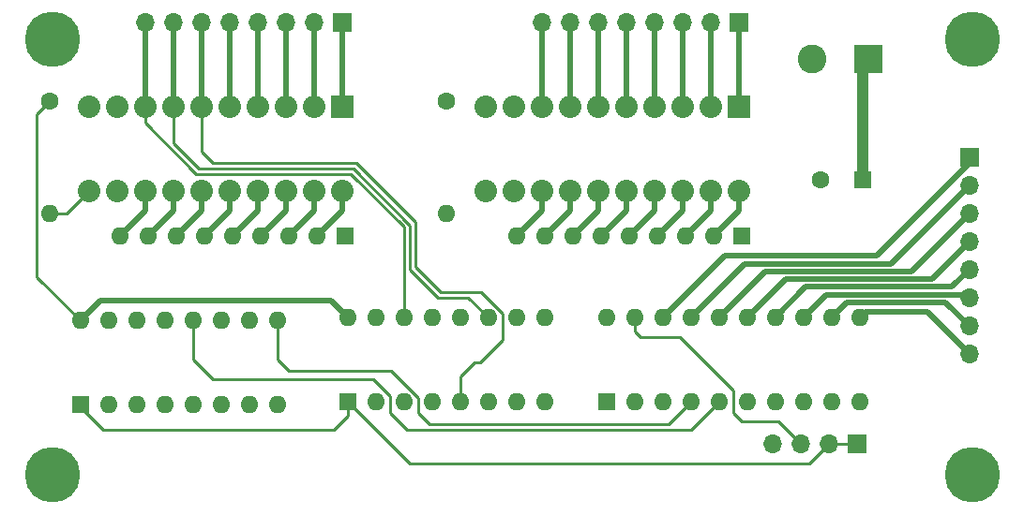
<source format=gbr>
%TF.GenerationSoftware,KiCad,Pcbnew,(5.1.9-0-10_14)*%
%TF.CreationDate,2021-05-30T08:25:23-04:00*%
%TF.ProjectId,MULTIPLEXER,4d554c54-4950-44c4-9558-45522e6b6963,rev?*%
%TF.SameCoordinates,Original*%
%TF.FileFunction,Copper,L1,Top*%
%TF.FilePolarity,Positive*%
%FSLAX46Y46*%
G04 Gerber Fmt 4.6, Leading zero omitted, Abs format (unit mm)*
G04 Created by KiCad (PCBNEW (5.1.9-0-10_14)) date 2021-05-30 08:25:23*
%MOMM*%
%LPD*%
G01*
G04 APERTURE LIST*
%TA.AperFunction,ComponentPad*%
%ADD10C,0.800000*%
%TD*%
%TA.AperFunction,ComponentPad*%
%ADD11C,5.000000*%
%TD*%
%TA.AperFunction,ComponentPad*%
%ADD12O,1.700000X1.700000*%
%TD*%
%TA.AperFunction,ComponentPad*%
%ADD13R,1.700000X1.700000*%
%TD*%
%TA.AperFunction,ComponentPad*%
%ADD14O,1.600000X1.600000*%
%TD*%
%TA.AperFunction,ComponentPad*%
%ADD15R,1.600000X1.600000*%
%TD*%
%TA.AperFunction,ComponentPad*%
%ADD16C,1.600000*%
%TD*%
%TA.AperFunction,ComponentPad*%
%ADD17C,2.032000*%
%TD*%
%TA.AperFunction,ComponentPad*%
%ADD18R,2.032000X2.032000*%
%TD*%
%TA.AperFunction,ComponentPad*%
%ADD19C,2.600000*%
%TD*%
%TA.AperFunction,ComponentPad*%
%ADD20R,2.600000X2.600000*%
%TD*%
%TA.AperFunction,Conductor*%
%ADD21C,1.000000*%
%TD*%
%TA.AperFunction,Conductor*%
%ADD22C,0.250000*%
%TD*%
%TA.AperFunction,Conductor*%
%ADD23C,0.500000*%
%TD*%
G04 APERTURE END LIST*
D10*
%TO.P,REF\u002A\u002A,1*%
%TO.N,N/C*%
X191571825Y-114752175D03*
X190246000Y-114203000D03*
X188920175Y-114752175D03*
X188371000Y-116078000D03*
X188920175Y-117403825D03*
X190246000Y-117953000D03*
X191571825Y-117403825D03*
X192121000Y-116078000D03*
D11*
X190246000Y-116078000D03*
%TD*%
%TO.P,REF\u002A\u002A,1*%
%TO.N,N/C*%
X190246000Y-76708000D03*
D10*
X192121000Y-76708000D03*
X191571825Y-78033825D03*
X190246000Y-78583000D03*
X188920175Y-78033825D03*
X188371000Y-76708000D03*
X188920175Y-75382175D03*
X190246000Y-74833000D03*
X191571825Y-75382175D03*
%TD*%
D11*
%TO.P,REF\u002A\u002A,1*%
%TO.N,N/C*%
X107188000Y-116078000D03*
D10*
X109063000Y-116078000D03*
X108513825Y-117403825D03*
X107188000Y-117953000D03*
X105862175Y-117403825D03*
X105313000Y-116078000D03*
X105862175Y-114752175D03*
X107188000Y-114203000D03*
X108513825Y-114752175D03*
%TD*%
%TO.P,REF\u002A\u002A,1*%
%TO.N,N/C*%
X108513825Y-75382175D03*
X107188000Y-74833000D03*
X105862175Y-75382175D03*
X105313000Y-76708000D03*
X105862175Y-78033825D03*
X107188000Y-78583000D03*
X108513825Y-78033825D03*
X109063000Y-76708000D03*
D11*
X107188000Y-76708000D03*
%TD*%
D12*
%TO.P,J3,4*%
%TO.N,Net-(J3-Pad4)*%
X172212000Y-113284000D03*
%TO.P,J3,3*%
%TO.N,OE*%
X174752000Y-113284000D03*
%TO.P,J3,2*%
%TO.N,SELECT*%
X177292000Y-113284000D03*
D13*
%TO.P,J3,1*%
X179832000Y-113284000D03*
%TD*%
D14*
%TO.P,RN2,9*%
%TO.N,Net-(BAR2-Pad13)*%
X149098000Y-94488000D03*
%TO.P,RN2,8*%
%TO.N,Net-(BAR2-Pad14)*%
X151638000Y-94488000D03*
%TO.P,RN2,7*%
%TO.N,Net-(BAR2-Pad15)*%
X154178000Y-94488000D03*
%TO.P,RN2,6*%
%TO.N,Net-(BAR2-Pad16)*%
X156718000Y-94488000D03*
%TO.P,RN2,5*%
%TO.N,Net-(BAR2-Pad17)*%
X159258000Y-94488000D03*
%TO.P,RN2,4*%
%TO.N,Net-(BAR2-Pad18)*%
X161798000Y-94488000D03*
%TO.P,RN2,3*%
%TO.N,Net-(BAR2-Pad19)*%
X164338000Y-94488000D03*
%TO.P,RN2,2*%
%TO.N,Net-(BAR2-Pad20)*%
X166878000Y-94488000D03*
D15*
%TO.P,RN2,1*%
%TO.N,GND*%
X169418000Y-94488000D03*
%TD*%
D14*
%TO.P,RN1,9*%
%TO.N,Net-(BAR1-Pad13)*%
X113284000Y-94488000D03*
%TO.P,RN1,8*%
%TO.N,Net-(BAR1-Pad14)*%
X115824000Y-94488000D03*
%TO.P,RN1,7*%
%TO.N,Net-(BAR1-Pad15)*%
X118364000Y-94488000D03*
%TO.P,RN1,6*%
%TO.N,Net-(BAR1-Pad16)*%
X120904000Y-94488000D03*
%TO.P,RN1,5*%
%TO.N,Net-(BAR1-Pad17)*%
X123444000Y-94488000D03*
%TO.P,RN1,4*%
%TO.N,Net-(BAR1-Pad18)*%
X125984000Y-94488000D03*
%TO.P,RN1,3*%
%TO.N,Net-(BAR1-Pad19)*%
X128524000Y-94488000D03*
%TO.P,RN1,2*%
%TO.N,Net-(BAR1-Pad20)*%
X131064000Y-94488000D03*
D15*
%TO.P,RN1,1*%
%TO.N,GND*%
X133604000Y-94488000D03*
%TD*%
D14*
%TO.P,R3,2*%
%TO.N,Net-(BAR2-Pad11)*%
X142748000Y-92456000D03*
D16*
%TO.P,R3,1*%
%TO.N,GND*%
X142748000Y-82296000D03*
%TD*%
D14*
%TO.P,R1,2*%
%TO.N,Net-(BAR1-Pad11)*%
X106934000Y-92456000D03*
D16*
%TO.P,R1,1*%
%TO.N,VCC*%
X106934000Y-82296000D03*
%TD*%
D17*
%TO.P,BAR2,20*%
%TO.N,Net-(BAR2-Pad20)*%
X169164000Y-90424000D03*
%TO.P,BAR2,19*%
%TO.N,Net-(BAR2-Pad19)*%
X166624000Y-90424000D03*
%TO.P,BAR2,18*%
%TO.N,Net-(BAR2-Pad18)*%
X164084000Y-90424000D03*
%TO.P,BAR2,17*%
%TO.N,Net-(BAR2-Pad17)*%
X161544000Y-90424000D03*
%TO.P,BAR2,9*%
%TO.N,Net-(BAR2-Pad9)*%
X148844000Y-82804000D03*
%TO.P,BAR2,10*%
%TO.N,SELECT*%
X146304000Y-82804000D03*
%TO.P,BAR2,11*%
%TO.N,Net-(BAR2-Pad11)*%
X146304000Y-90424000D03*
%TO.P,BAR2,12*%
%TO.N,Net-(BAR2-Pad12)*%
X148844000Y-90424000D03*
%TO.P,BAR2,8*%
%TO.N,B7*%
X151384000Y-82804000D03*
%TO.P,BAR2,7*%
%TO.N,B6*%
X153924000Y-82804000D03*
%TO.P,BAR2,6*%
%TO.N,B5*%
X156464000Y-82804000D03*
%TO.P,BAR2,5*%
%TO.N,B4*%
X159004000Y-82804000D03*
%TO.P,BAR2,16*%
%TO.N,Net-(BAR2-Pad16)*%
X159004000Y-90424000D03*
%TO.P,BAR2,15*%
%TO.N,Net-(BAR2-Pad15)*%
X156464000Y-90424000D03*
%TO.P,BAR2,14*%
%TO.N,Net-(BAR2-Pad14)*%
X153924000Y-90424000D03*
%TO.P,BAR2,13*%
%TO.N,Net-(BAR2-Pad13)*%
X151384000Y-90424000D03*
%TO.P,BAR2,4*%
%TO.N,B3*%
X161544000Y-82804000D03*
%TO.P,BAR2,3*%
%TO.N,B2*%
X164084000Y-82804000D03*
%TO.P,BAR2,2*%
%TO.N,B1*%
X166624000Y-82804000D03*
D18*
%TO.P,BAR2,1*%
%TO.N,B0*%
X169164000Y-82804000D03*
%TD*%
D17*
%TO.P,BAR1,20*%
%TO.N,Net-(BAR1-Pad20)*%
X133350000Y-90424000D03*
%TO.P,BAR1,19*%
%TO.N,Net-(BAR1-Pad19)*%
X130810000Y-90424000D03*
%TO.P,BAR1,18*%
%TO.N,Net-(BAR1-Pad18)*%
X128270000Y-90424000D03*
%TO.P,BAR1,17*%
%TO.N,Net-(BAR1-Pad17)*%
X125730000Y-90424000D03*
%TO.P,BAR1,9*%
%TO.N,Net-(BAR1-Pad9)*%
X113030000Y-82804000D03*
%TO.P,BAR1,10*%
%TO.N,SELECT*%
X110490000Y-82804000D03*
%TO.P,BAR1,11*%
%TO.N,Net-(BAR1-Pad11)*%
X110490000Y-90424000D03*
%TO.P,BAR1,12*%
%TO.N,Net-(BAR1-Pad12)*%
X113030000Y-90424000D03*
%TO.P,BAR1,8*%
%TO.N,A7*%
X115570000Y-82804000D03*
%TO.P,BAR1,7*%
%TO.N,A6*%
X118110000Y-82804000D03*
%TO.P,BAR1,6*%
%TO.N,A5*%
X120650000Y-82804000D03*
%TO.P,BAR1,5*%
%TO.N,A4*%
X123190000Y-82804000D03*
%TO.P,BAR1,16*%
%TO.N,Net-(BAR1-Pad16)*%
X123190000Y-90424000D03*
%TO.P,BAR1,15*%
%TO.N,Net-(BAR1-Pad15)*%
X120650000Y-90424000D03*
%TO.P,BAR1,14*%
%TO.N,Net-(BAR1-Pad14)*%
X118110000Y-90424000D03*
%TO.P,BAR1,13*%
%TO.N,Net-(BAR1-Pad13)*%
X115570000Y-90424000D03*
%TO.P,BAR1,4*%
%TO.N,A3*%
X125730000Y-82804000D03*
%TO.P,BAR1,3*%
%TO.N,A2*%
X128270000Y-82804000D03*
%TO.P,BAR1,2*%
%TO.N,A1*%
X130810000Y-82804000D03*
D18*
%TO.P,BAR1,1*%
%TO.N,A0*%
X133350000Y-82804000D03*
%TD*%
D14*
%TO.P,U3,20*%
%TO.N,VCC*%
X157226000Y-101854000D03*
%TO.P,U3,10*%
%TO.N,GND*%
X180086000Y-109474000D03*
%TO.P,U3,19*%
%TO.N,OE*%
X159766000Y-101854000D03*
%TO.P,U3,9*%
%TO.N,Z7*%
X177546000Y-109474000D03*
%TO.P,U3,18*%
%TO.N,Y0*%
X162306000Y-101854000D03*
%TO.P,U3,8*%
%TO.N,Z6*%
X175006000Y-109474000D03*
%TO.P,U3,17*%
%TO.N,Y1*%
X164846000Y-101854000D03*
%TO.P,U3,7*%
%TO.N,Z5*%
X172466000Y-109474000D03*
%TO.P,U3,16*%
%TO.N,Y2*%
X167386000Y-101854000D03*
%TO.P,U3,6*%
%TO.N,Z4*%
X169926000Y-109474000D03*
%TO.P,U3,15*%
%TO.N,Y3*%
X169926000Y-101854000D03*
%TO.P,U3,5*%
%TO.N,Z3*%
X167386000Y-109474000D03*
%TO.P,U3,14*%
%TO.N,Y4*%
X172466000Y-101854000D03*
%TO.P,U3,4*%
%TO.N,Z2*%
X164846000Y-109474000D03*
%TO.P,U3,13*%
%TO.N,Y5*%
X175006000Y-101854000D03*
%TO.P,U3,3*%
%TO.N,Z1*%
X162306000Y-109474000D03*
%TO.P,U3,12*%
%TO.N,Y6*%
X177546000Y-101854000D03*
%TO.P,U3,2*%
%TO.N,Z0*%
X159766000Y-109474000D03*
%TO.P,U3,11*%
%TO.N,Y7*%
X180086000Y-101854000D03*
D15*
%TO.P,U3,1*%
%TO.N,VCC*%
X157226000Y-109474000D03*
%TD*%
D14*
%TO.P,U2,16*%
%TO.N,VCC*%
X133858000Y-101854000D03*
%TO.P,U2,8*%
%TO.N,GND*%
X151638000Y-109474000D03*
%TO.P,U2,15*%
X136398000Y-101854000D03*
%TO.P,U2,7*%
%TO.N,Z5*%
X149098000Y-109474000D03*
%TO.P,U2,14*%
%TO.N,A7*%
X138938000Y-101854000D03*
%TO.P,U2,6*%
%TO.N,B5*%
X146558000Y-109474000D03*
%TO.P,U2,13*%
%TO.N,B7*%
X141478000Y-101854000D03*
%TO.P,U2,5*%
%TO.N,A5*%
X144018000Y-109474000D03*
%TO.P,U2,12*%
%TO.N,Z7*%
X144018000Y-101854000D03*
%TO.P,U2,4*%
%TO.N,Z4*%
X141478000Y-109474000D03*
%TO.P,U2,11*%
%TO.N,A6*%
X146558000Y-101854000D03*
%TO.P,U2,3*%
%TO.N,B4*%
X138938000Y-109474000D03*
%TO.P,U2,10*%
%TO.N,B6*%
X149098000Y-101854000D03*
%TO.P,U2,2*%
%TO.N,A4*%
X136398000Y-109474000D03*
%TO.P,U2,9*%
%TO.N,Z6*%
X151638000Y-101854000D03*
D15*
%TO.P,U2,1*%
%TO.N,SELECT*%
X133858000Y-109474000D03*
%TD*%
D14*
%TO.P,U1,16*%
%TO.N,VCC*%
X109728000Y-102108000D03*
%TO.P,U1,8*%
%TO.N,GND*%
X127508000Y-109728000D03*
%TO.P,U1,15*%
X112268000Y-102108000D03*
%TO.P,U1,7*%
%TO.N,Z1*%
X124968000Y-109728000D03*
%TO.P,U1,14*%
%TO.N,A3*%
X114808000Y-102108000D03*
%TO.P,U1,6*%
%TO.N,B1*%
X122428000Y-109728000D03*
%TO.P,U1,13*%
%TO.N,B3*%
X117348000Y-102108000D03*
%TO.P,U1,5*%
%TO.N,A1*%
X119888000Y-109728000D03*
%TO.P,U1,12*%
%TO.N,Z3*%
X119888000Y-102108000D03*
%TO.P,U1,4*%
%TO.N,Z0*%
X117348000Y-109728000D03*
%TO.P,U1,11*%
%TO.N,A2*%
X122428000Y-102108000D03*
%TO.P,U1,3*%
%TO.N,B0*%
X114808000Y-109728000D03*
%TO.P,U1,10*%
%TO.N,B2*%
X124968000Y-102108000D03*
%TO.P,U1,2*%
%TO.N,A0*%
X112268000Y-109728000D03*
%TO.P,U1,9*%
%TO.N,Z2*%
X127508000Y-102108000D03*
D15*
%TO.P,U1,1*%
%TO.N,SELECT*%
X109728000Y-109728000D03*
%TD*%
D12*
%TO.P,J6,8*%
%TO.N,Y7*%
X189992000Y-105156000D03*
%TO.P,J6,7*%
%TO.N,Y6*%
X189992000Y-102616000D03*
%TO.P,J6,6*%
%TO.N,Y5*%
X189992000Y-100076000D03*
%TO.P,J6,5*%
%TO.N,Y4*%
X189992000Y-97536000D03*
%TO.P,J6,4*%
%TO.N,Y3*%
X189992000Y-94996000D03*
%TO.P,J6,3*%
%TO.N,Y2*%
X189992000Y-92456000D03*
%TO.P,J6,2*%
%TO.N,Y1*%
X189992000Y-89916000D03*
D13*
%TO.P,J6,1*%
%TO.N,Y0*%
X189992000Y-87376000D03*
%TD*%
D12*
%TO.P,J5,8*%
%TO.N,B7*%
X151384000Y-75184000D03*
%TO.P,J5,7*%
%TO.N,B6*%
X153924000Y-75184000D03*
%TO.P,J5,6*%
%TO.N,B5*%
X156464000Y-75184000D03*
%TO.P,J5,5*%
%TO.N,B4*%
X159004000Y-75184000D03*
%TO.P,J5,4*%
%TO.N,B3*%
X161544000Y-75184000D03*
%TO.P,J5,3*%
%TO.N,B2*%
X164084000Y-75184000D03*
%TO.P,J5,2*%
%TO.N,B1*%
X166624000Y-75184000D03*
D13*
%TO.P,J5,1*%
%TO.N,B0*%
X169164000Y-75184000D03*
%TD*%
D12*
%TO.P,J4,8*%
%TO.N,A7*%
X115570000Y-75184000D03*
%TO.P,J4,7*%
%TO.N,A6*%
X118110000Y-75184000D03*
%TO.P,J4,6*%
%TO.N,A5*%
X120650000Y-75184000D03*
%TO.P,J4,5*%
%TO.N,A4*%
X123190000Y-75184000D03*
%TO.P,J4,4*%
%TO.N,A3*%
X125730000Y-75184000D03*
%TO.P,J4,3*%
%TO.N,A2*%
X128270000Y-75184000D03*
%TO.P,J4,2*%
%TO.N,A1*%
X130810000Y-75184000D03*
D13*
%TO.P,J4,1*%
%TO.N,A0*%
X133350000Y-75184000D03*
%TD*%
D19*
%TO.P,J1,2*%
%TO.N,GND*%
X175848000Y-78486000D03*
D20*
%TO.P,J1,1*%
%TO.N,VCC*%
X180848000Y-78486000D03*
%TD*%
D16*
%TO.P,C1,2*%
%TO.N,GND*%
X176540000Y-89408000D03*
D15*
%TO.P,C1,1*%
%TO.N,VCC*%
X180340000Y-89408000D03*
%TD*%
D21*
%TO.N,VCC*%
X180340000Y-78994000D02*
X180848000Y-78486000D01*
X180340000Y-89408000D02*
X180340000Y-78994000D01*
D22*
X105808999Y-83421001D02*
X105808999Y-98188999D01*
X105808999Y-98188999D02*
X109728000Y-102108000D01*
X106934000Y-82296000D02*
X105808999Y-83421001D01*
D23*
X109728000Y-102108000D02*
X111506000Y-100330000D01*
X132334000Y-100330000D02*
X133858000Y-101854000D01*
X111506000Y-100330000D02*
X132334000Y-100330000D01*
D22*
%TO.N,SELECT*%
X109728000Y-109728000D02*
X109728000Y-109982000D01*
X109728000Y-109982000D02*
X111760000Y-112014000D01*
X111760000Y-112014000D02*
X132588000Y-112014000D01*
X133858000Y-110744000D02*
X133858000Y-109474000D01*
X132588000Y-112014000D02*
X133858000Y-110744000D01*
X133858000Y-109474000D02*
X139446000Y-115062000D01*
X175514000Y-115062000D02*
X177292000Y-113284000D01*
X139446000Y-115062000D02*
X175514000Y-115062000D01*
X179832000Y-113284000D02*
X177292000Y-113284000D01*
%TO.N,OE*%
X174752000Y-113284000D02*
X172720000Y-111252000D01*
X172720000Y-111252000D02*
X169418000Y-111252000D01*
X169418000Y-111252000D02*
X168656000Y-110490000D01*
X168656000Y-110490000D02*
X168656000Y-108458000D01*
X168656000Y-108458000D02*
X163830000Y-103632000D01*
X163830000Y-103632000D02*
X160274000Y-103632000D01*
X159766000Y-103124000D02*
X159766000Y-101854000D01*
X160274000Y-103632000D02*
X159766000Y-103124000D01*
D23*
%TO.N,A7*%
X115570000Y-75184000D02*
X115570000Y-82804000D01*
D22*
X120171171Y-88842011D02*
X134179601Y-88842011D01*
X115570000Y-82804000D02*
X115570000Y-84240840D01*
X134179601Y-88842011D02*
X138938000Y-93600410D01*
X115570000Y-84240840D02*
X120171171Y-88842011D01*
X138938000Y-93600410D02*
X138938000Y-101854000D01*
D23*
%TO.N,A6*%
X118110000Y-82804000D02*
X118110000Y-75184000D01*
D22*
X118110000Y-82804000D02*
X118110000Y-86106000D01*
X120396000Y-88392000D02*
X134366000Y-88392000D01*
X118110000Y-86106000D02*
X120396000Y-88392000D01*
X134366000Y-88392000D02*
X139503989Y-93529989D01*
X142053600Y-100018011D02*
X144722011Y-100018011D01*
X139503989Y-97468400D02*
X142053600Y-100018011D01*
X139503989Y-93529989D02*
X139503989Y-97468400D01*
X144722011Y-100018011D02*
X146558000Y-101854000D01*
D23*
%TO.N,A5*%
X120650000Y-75184000D02*
X120650000Y-82804000D01*
D22*
X120650000Y-82804000D02*
X120650000Y-86868000D01*
X120650000Y-86868000D02*
X121666000Y-87884000D01*
X121666000Y-87884000D02*
X134620000Y-87884000D01*
X134620000Y-87884000D02*
X139954000Y-93218000D01*
X139954000Y-93218000D02*
X139954000Y-97282000D01*
X139954000Y-97282000D02*
X142240000Y-99568000D01*
X145937002Y-99568000D02*
X147828000Y-101458998D01*
X142240000Y-99568000D02*
X145937002Y-99568000D01*
X147828000Y-101458998D02*
X147828000Y-103886000D01*
X147828000Y-103886000D02*
X145796000Y-105918000D01*
X145796000Y-105918000D02*
X145288000Y-105918000D01*
X144018000Y-107188000D02*
X144018000Y-109474000D01*
X145288000Y-105918000D02*
X144018000Y-107188000D01*
D23*
%TO.N,A4*%
X123190000Y-75184000D02*
X123190000Y-82804000D01*
%TO.N,A3*%
X125730000Y-75184000D02*
X125730000Y-82804000D01*
%TO.N,A2*%
X128270000Y-82804000D02*
X128270000Y-75184000D01*
%TO.N,A1*%
X130810000Y-75184000D02*
X130810000Y-82804000D01*
%TO.N,A0*%
X133350000Y-82804000D02*
X133350000Y-75184000D01*
%TO.N,B7*%
X151384000Y-75184000D02*
X151384000Y-82804000D01*
%TO.N,B6*%
X153924000Y-82804000D02*
X153924000Y-75184000D01*
%TO.N,B5*%
X156464000Y-75184000D02*
X156464000Y-82804000D01*
%TO.N,B4*%
X159004000Y-82804000D02*
X159004000Y-75184000D01*
%TO.N,B3*%
X161544000Y-75184000D02*
X161544000Y-82804000D01*
%TO.N,B2*%
X164084000Y-82804000D02*
X164084000Y-75184000D01*
%TO.N,B1*%
X166624000Y-75184000D02*
X166624000Y-82804000D01*
%TO.N,B0*%
X169164000Y-82804000D02*
X169164000Y-75184000D01*
%TO.N,Y7*%
X186182000Y-101346000D02*
X180594000Y-101346000D01*
X180594000Y-101346000D02*
X180086000Y-101854000D01*
X189992000Y-105156000D02*
X186182000Y-101346000D01*
%TO.N,Y6*%
X187842066Y-100466066D02*
X178933934Y-100466066D01*
X178933934Y-100466066D02*
X177546000Y-101854000D01*
X189992000Y-102616000D02*
X187842066Y-100466066D01*
%TO.N,Y5*%
X189992000Y-100076000D02*
X189682055Y-99766055D01*
X189682055Y-99766055D02*
X177093945Y-99766055D01*
X177093945Y-99766055D02*
X175006000Y-101854000D01*
%TO.N,Y4*%
X189992000Y-97536000D02*
X188461956Y-99066044D01*
X188461956Y-99066044D02*
X175253956Y-99066044D01*
X175253956Y-99066044D02*
X172466000Y-101854000D01*
%TO.N,Y3*%
X186621967Y-98366033D02*
X173413967Y-98366033D01*
X173413967Y-98366033D02*
X169926000Y-101854000D01*
X189992000Y-94996000D02*
X186621967Y-98366033D01*
%TO.N,Y2*%
X171573978Y-97666022D02*
X167386000Y-101854000D01*
X184781978Y-97666022D02*
X171573978Y-97666022D01*
X189992000Y-92456000D02*
X184781978Y-97666022D01*
%TO.N,Y1*%
X169733989Y-96966011D02*
X164846000Y-101854000D01*
X182941989Y-96966011D02*
X169733989Y-96966011D01*
X189992000Y-89916000D02*
X182941989Y-96966011D01*
%TO.N,Y0*%
X189992000Y-87376000D02*
X189992000Y-87884000D01*
X189992000Y-87884000D02*
X181610000Y-96266000D01*
X167894000Y-96266000D02*
X162306000Y-101854000D01*
X181610000Y-96266000D02*
X167894000Y-96266000D01*
D22*
%TO.N,Z3*%
X119888000Y-105664000D02*
X119888000Y-102108000D01*
X139192000Y-112014000D02*
X137668000Y-110490000D01*
X137668000Y-110490000D02*
X137668000Y-108895499D01*
X136214501Y-107442000D02*
X121666000Y-107442000D01*
X164846000Y-112014000D02*
X139192000Y-112014000D01*
X137668000Y-108895499D02*
X136214501Y-107442000D01*
X121666000Y-107442000D02*
X119888000Y-105664000D01*
X167386000Y-109474000D02*
X164846000Y-112014000D01*
%TO.N,Z2*%
X164846000Y-109474000D02*
X162814000Y-111506000D01*
X162814000Y-111506000D02*
X141224000Y-111506000D01*
X141224000Y-111506000D02*
X140208000Y-110490000D01*
X140208000Y-109078998D02*
X137809002Y-106680000D01*
X140208000Y-110490000D02*
X140208000Y-109078998D01*
X137809002Y-106680000D02*
X128524000Y-106680000D01*
X127508000Y-105664000D02*
X127508000Y-102108000D01*
X128524000Y-106680000D02*
X127508000Y-105664000D01*
D23*
%TO.N,Net-(BAR1-Pad20)*%
X133350000Y-92202000D02*
X131064000Y-94488000D01*
X133350000Y-90424000D02*
X133350000Y-92202000D01*
%TO.N,Net-(BAR1-Pad19)*%
X130810000Y-92202000D02*
X128524000Y-94488000D01*
X130810000Y-90424000D02*
X130810000Y-92202000D01*
%TO.N,Net-(BAR1-Pad18)*%
X128270000Y-92202000D02*
X125984000Y-94488000D01*
X128270000Y-90424000D02*
X128270000Y-92202000D01*
%TO.N,Net-(BAR1-Pad17)*%
X125730000Y-92202000D02*
X123444000Y-94488000D01*
X125730000Y-90424000D02*
X125730000Y-92202000D01*
D22*
%TO.N,Net-(BAR1-Pad11)*%
X108458000Y-92456000D02*
X110490000Y-90424000D01*
X106934000Y-92456000D02*
X108458000Y-92456000D01*
D23*
%TO.N,Net-(BAR1-Pad16)*%
X123190000Y-92202000D02*
X120904000Y-94488000D01*
X123190000Y-90424000D02*
X123190000Y-92202000D01*
%TO.N,Net-(BAR1-Pad15)*%
X120650000Y-92202000D02*
X118364000Y-94488000D01*
X120650000Y-90424000D02*
X120650000Y-92202000D01*
%TO.N,Net-(BAR1-Pad14)*%
X118110000Y-92202000D02*
X115824000Y-94488000D01*
X118110000Y-90424000D02*
X118110000Y-92202000D01*
%TO.N,Net-(BAR1-Pad13)*%
X115570000Y-92202000D02*
X113284000Y-94488000D01*
X115570000Y-90424000D02*
X115570000Y-92202000D01*
%TO.N,Net-(BAR2-Pad20)*%
X169164000Y-92202000D02*
X166878000Y-94488000D01*
X169164000Y-90424000D02*
X169164000Y-92202000D01*
%TO.N,Net-(BAR2-Pad19)*%
X166624000Y-92202000D02*
X164338000Y-94488000D01*
X166624000Y-90424000D02*
X166624000Y-92202000D01*
%TO.N,Net-(BAR2-Pad18)*%
X164084000Y-92202000D02*
X161798000Y-94488000D01*
X164084000Y-90424000D02*
X164084000Y-92202000D01*
%TO.N,Net-(BAR2-Pad17)*%
X161544000Y-92202000D02*
X159258000Y-94488000D01*
X161544000Y-90424000D02*
X161544000Y-92202000D01*
%TO.N,Net-(BAR2-Pad16)*%
X159004000Y-92202000D02*
X156718000Y-94488000D01*
X159004000Y-90424000D02*
X159004000Y-92202000D01*
%TO.N,Net-(BAR2-Pad15)*%
X156464000Y-92202000D02*
X154178000Y-94488000D01*
X156464000Y-90424000D02*
X156464000Y-92202000D01*
%TO.N,Net-(BAR2-Pad14)*%
X153924000Y-92202000D02*
X151638000Y-94488000D01*
X153924000Y-90424000D02*
X153924000Y-92202000D01*
%TO.N,Net-(BAR2-Pad13)*%
X151384000Y-92202000D02*
X149098000Y-94488000D01*
X151384000Y-90424000D02*
X151384000Y-92202000D01*
%TD*%
M02*

</source>
